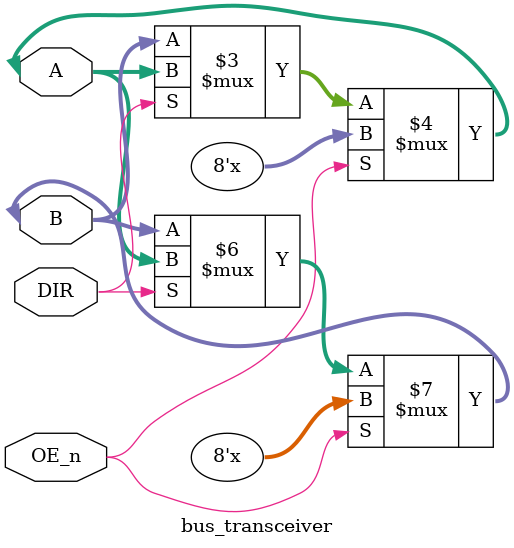
<source format=v>
/*
 * Copyright (c) 2024 WAT.ai Chip Team
 * SPDX-License-Identifier: Apache-2.0
 * Implements DM74LS245 bus transceiver
 */

module bus_transceiver (
    input OE_n,         // Output enable (active low)
    input DIR,          // Direction control (0: B to A, 1: A to B)
    inout [7:0] A,      // Port A (8-bits)
    inout [7:0] B       // Port B (8-bits)
);
    assign A = ~OE_n ? (~DIR ? B : A) : 8'bz;
    assign B = ~OE_n ? (DIR ? A : B) : 8'bz;
endmodule
</source>
